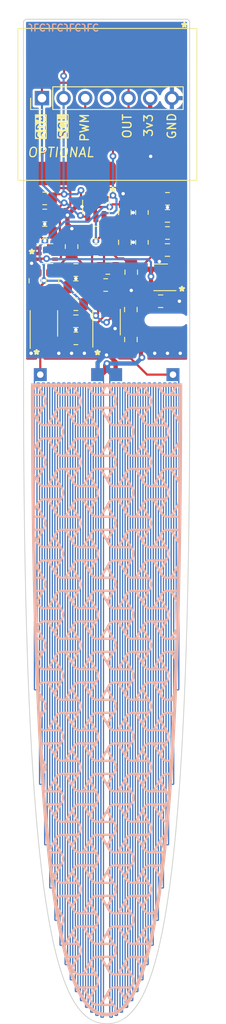
<source format=kicad_pcb>
(kicad_pcb (version 20221018) (generator pcbnew)
  (layers (0 "F.Cu" signal) (31 "B.Cu" signal) (34 "B.Paste" user) (35 "F.Paste" user) (36 "B.SilkS" user "B.Silkscreen") (37 "F.SilkS" user "F.Silkscreen") (38 "B.Mask" user) (39 "F.Mask" user) (44 "Edge.Cuts" user))
  (net 0 "")
  (net 1 "Net-(U1-EN)")
  (net 2 "GND")
  (net 3 "/BRIDGE_SUPPLY")
  (net 4 "Net-(U8B-+)")
  (net 5 "Net-(C4-Pad1)")
  (net 6 "Net-(U2--)")
  (net 7 "/BRIDGE_BIAS")
  (net 8 "Net-(C6-Pad1)")
  (net 9 "Net-(U2-FB)")
  (net 10 "/REFIN")
  (net 11 "/AMP_OUT")
  (net 12 "+3V3")
  (net 13 "Net-(U4-COM)")
  (net 14 "Net-(U2-REF)")
  (net 15 "/SCL")
  (net 16 "/SDA")
  (net 17 "Net-(U2-+)")
  (net 18 "/PWM_BIAS")
  (net 26 "/VIN")
  (net 27 "Net-(U7--)")
  (net 29 "Net-(U8A--)")
  (footprint "Connector_PinHeader_2.54mm:PinHeader_1x07_P2.54mm_Vertical" (layer "F.Cu") (at 133.273 46.603 90)
    (fp_text reference "J1" hide)
    (fp_text value "Breakout Pins")
  )
  (footprint "Package_TO_SOT_SMD:SOT-363_SC-70-6" (layer "F.Cu") (at 133.860464 64.819815)
    (fp_text reference "U4" hide)
    (fp_text value "FSA5157P6X")
  )
  (footprint "Resistor_SMD:R_0805_2012Metric" (layer "F.Cu") (at 148 62.4)
    (fp_text reference "R1" hide)
    (fp_text value "12")
  )
  (footprint "Capacitor_SMD:C_0805_2012Metric" (layer "F.Cu") (at 132.5 68 90)
    (fp_text reference "C5" hide)
    (fp_text value "10u")
  )
  (footprint "Package_TO_SOT_SMD:SOT-23-5" (layer "F.Cu") (at 147.2 67.6 180)
    (fp_text reference "U1" hide)
    (fp_text value "TLV75801PDBV")
  )
  (footprint "Capacitor_SMD:C_0805_2012Metric" (layer "F.Cu") (at 147.2 70.4)
    (fp_text reference "C2" hide)
    (fp_text value "10u")
  )
  (footprint "Capacitor_SMD:C_0805_2012Metric" (layer "F.Cu") (at 143.702277 71.375302 90)
    (fp_text reference "C12" hide)
    (fp_text value "10u")
  )
  (footprint "Capacitor_SMD:C_0805_2012Metric" (layer "F.Cu") (at 143 63.5 90)
    (fp_text reference "C7" hide)
    (fp_text value "47n")
  )
  (footprint "Resistor_SMD:R_0805_2012Metric" (layer "F.Cu") (at 139.603 62.353)
    (fp_text reference "R9" hide)
    (fp_text value "120")
  )
  (footprint "1Library:MOUDLE14P-SMD-2.54-21X17.8MM" (layer "F.Cu") (at 130.448 38.4355 -90)
    (fp_text reference "U6" hide)
    (fp_text value "MOUDLE-SEEEDUINO-XIAO")
  )
  (footprint "Package_TO_SOT_SMD:SOT-23-6" (layer "F.Cu") (at 139.603 59.353 -90)
    (fp_text reference "U5" hide)
    (fp_text value "MCP3425A0T-E/CH")
  )
  (footprint "Capacitor_SMD:C_0805_2012Metric" (layer "F.Cu") (at 134.5 68 -90)
    (fp_text reference "C4" hide)
    (fp_text value "100n")
  )
  (footprint "Resistor_SMD:R_0805_2012Metric" (layer "F.Cu") (at 141 66.5)
    (fp_text reference "R6" hide)
    (fp_text value "24")
  )
  (footprint "Resistor_SMD:R_0805_2012Metric" (layer "F.Cu") (at 133.6 60.353 180)
    (fp_text reference "R11" hide)
    (fp_text value "10k")
  )
  (footprint "Capacitor_SMD:C_0805_2012Metric" (layer "F.Cu") (at 143 60 -90)
    (fp_text reference "C9" hide)
    (fp_text value "10u")
  )
  (footprint "Package_SO:MSOP-8_3x3mm_P0.65mm" (layer "F.Cu") (at 140.853 72.853 90)
    (fp_text reference "U2" hide)
    (fp_text value "MAX4208")
  )
  (footprint "Resistor_SMD:R_0805_2012Metric" (layer "F.Cu") (at 148 58.4)
    (fp_text reference "FB1" hide)
    (fp_text value "FerriteBead_Small")
  )
  (footprint "Resistor_SMD:R_0805_2012Metric" (layer "F.Cu") (at 137.25 66.75 180)
    (fp_text reference "R3" hide)
    (fp_text value "215k")
  )
  (footprint "Resistor_SMD:R_0805_2012Metric" (layer "F.Cu") (at 145 63.5 90)
    (fp_text reference "R8" hide)
    (fp_text value "10k")
  )
  (footprint "1Library:slot" (layer "F.Cu") (at 147.8 72.6 180)
    (fp_text reference "e" hide)
    (fp_text value "slot")
  )
  (footprint "1Library:texture" (layer "F.Cu") (at 140.853 117.103)
    (fp_text reference "Ref**" hide)
    (fp_text value "Val**" hide)
  )
  (footprint "Capacitor_SMD:C_0805_2012Metric" (layer "F.Cu") (at 143.75 67 90)
    (fp_text reference "C8" hide)
    (fp_text value "100n")
  )
  (footprint "Resistor_SMD:R_0805_2012Metric" (layer "F.Cu") (at 140.75 68.5)
    (fp_text reference "R5" hide)
    (fp_text value "22k")
  )
  (footprint "Capacitor_SMD:C_0805_2012Metric" (layer "F.Cu") (at 137.25 68.75)
    (fp_text reference "C3" hide)
    (fp_text value "47n")
  )
  (footprint "Resistor_SMD:R_0805_2012Metric" (layer "F.Cu") (at 137.25 74.75)
    (fp_text reference "R13" hide)
    (fp_text value "1k")
  )
  (footprint "Resistor_SMD:R_0805_2012Metric" (layer "F.Cu") (at 145 60 90)
    (fp_text reference "R7" hide)
    (fp_text value "10k")
  )
  (footprint "1Library:bridge" (layer "F.Cu") (at 140.88295 116.963429)
    (fp_text reference "U7" hide)
    (fp_text value "~" hide)
    (fp_line (start -9.76745 -36.90311) (end -9.76626 -35.00959) (stroke (width 0.1)) (layer "Edge.Cuts"))
    (fp_line (start -9.76626 -35.00959) (end -9.76269 -33.14705) (stroke (width 0.1)) (layer "Edge.Cuts"))
    (fp_line (start -9.76269 -33.14705) (end -9.75676 -31.31525) (stroke (width 0.1)) (layer "Edge.Cuts"))
    (fp_line (start -9.75676 -31.31525) (end -9.74848 -29.5139) (stroke (width 0.1)) (layer "Edge.Cuts"))
    (fp_line (start -9.74848 -29.5139) (end -9.73786 -27.7429) (stroke (width 0.1)) (layer "Edge.Cuts"))
    (fp_line (start -9.73786 -27.7429) (end -9.72491 -26.0019) (stroke (width 0.1)) (layer "Edge.Cuts"))
    (fp_line (start -9.72491 -26.0019) (end -9.70965 -24.2906) (stroke (width 0.1)) (layer "Edge.Cuts"))
    (fp_line (start -9.70965 -24.2906) (end -9.69208 -22.6089) (stroke (width 0.1)) (layer "Edge.Cuts"))
    (fp_line (start -9.69208 -22.6089) (end -9.67222 -20.9565) (stroke (width 0.1)) (layer "Edge.Cuts"))
    (fp_line (start -9.67222 -20.9565) (end -9.65008 -19.3331) (stroke (width 0.1)) (layer "Edge.Cuts"))
    (fp_line (start -9.65008 -19.3331) (end -9.62568 -17.7385) (stroke (width 0.1)) (layer "Edge.Cuts"))
    (fp_line (start -9.62568 -17.7385) (end -9.59902 -16.1725) (stroke (width 0.1)) (layer "Edge.Cuts"))
    (fp_line (start -9.59902 -16.1725) (end -9.57012 -14.6348) (stroke (width 0.1)) (layer "Edge.Cuts"))
    (fp_line (start -9.57012 -14.6348) (end -9.53899 -13.1252) (stroke (width 0.1)) (layer "Edge.Cuts"))
    (fp_line (start -9.53899 -13.1252) (end -9.50564 -11.6435) (stroke (width 0.1)) (layer "Edge.Cuts"))
    (fp_line (start -9.50564 -11.6435) (end -9.47008 -10.1893) (stroke (width 0.1)) (layer "Edge.Cuts"))
    (fp_line (start -9.47008 -10.1893) (end -9.43233 -8.7626) (stroke (width 0.1)) (layer "Edge.Cuts"))
    (fp_line (start -9.43233 -8.7626) (end -9.39239 -7.3629) (stroke (width 0.1)) (layer "Edge.Cuts"))
    (fp_line (start -9.39239 -7.3629) (end -9.35029 -5.9901) (stroke (width 0.1)) (layer "Edge.Cuts"))
    (fp_line (start -9.35029 -5.9901) (end -9.30603 -4.644) (stroke (width 0.1)) (layer "Edge.Cuts"))
    (fp_line (start -9.30603 -4.644) (end -9.25962 -3.3243) (stroke (width 0.1)) (layer "Edge.Cuts"))
    (fp_line (start -9.25962 -3.3243) (end -9.21107 -2.0307) (stroke (width 0.1)) (layer "Edge.Cuts"))
    (fp_line (start -9.21107 -2.0307) (end -9.16041 -0.763) (stroke (width 0.1)) (layer "Edge.Cuts"))
    (fp_line (start -9.16041 -0.763) (end -9.10763 0.479) (stroke (width 0.1)) (layer "Edge.Cuts"))
    (fp_line (start -9.10763 0.479) (end -9.05275 1.6955) (stroke (width 0.1)) (layer "Edge.Cuts"))
    (fp_line (start -9.05275 1.6955) (end -8.99579 2.8869) (stroke (width 0.1)) (layer "Edge.Cuts"))
    (fp_line (start -8.99579 2.8869) (end -8.93676 4.0533) (stroke (width 0.1)) (layer "Edge.Cuts"))
    (fp_line (start -8.93676 4.0533) (end -8.87566 5.195) (stroke (width 0.1)) (layer "Edge.Cuts"))
    (fp_line (start -8.87566 5.195) (end -8.81252 6.3123) (stroke (width 0.1)) (layer "Edge.Cuts"))
    (fp_line (start -8.81252 6.3123) (end -8.74733 7.4053) (stroke (width 0.1)) (layer "Edge.Cuts"))
    (fp_line (start -8.74733 7.4053) (end -8.68012 8.4743) (stroke (width 0.1)) (layer "Edge.Cuts"))
    (fp_line (start -8.68012 8.4743) (end -8.6109 9.5196) (stroke (width 0.1)) (layer "Edge.Cuts"))
    (fp_line (start -8.6109 9.5196) (end -8.53967 10.5413) (stroke (width 0.1)) (layer "Edge.Cuts"))
    (fp_line (start -8.53967 10.5413) (end -8.46646 11.5398) (stroke (width 0.1)) (layer "Edge.Cuts"))
    (fp_line (start -8.46646 11.5398) (end -8.39126 12.5153) (stroke (width 0.1)) (layer "Edge.Cuts"))
    (fp_line (start -8.39126 12.5153) (end -8.31411 13.468) (stroke (width 0.1)) (layer "Edge.Cuts"))
    (fp_line (start -8.31411 13.468) (end -8.235 14.3982) (stroke (width 0.1)) (layer "Edge.Cuts"))
    (fp_line (start -8.235 14.3982) (end -8.15394 15.3061) (stroke (width 0.1)) (layer "Edge.Cuts"))
    (fp_line (start -8.15394 15.3061) (end -8.07096 16.1919) (stroke (width 0.1)) (layer "Edge.Cuts"))
    (fp_line (start -8.07096 16.1919) (end -7.98606 17.0559) (stroke (width 0.1)) (layer "Edge.Cuts"))
    (fp_line (start -7.98606 17.0559) (end -7.89926 17.8983) (stroke (width 0.1)) (layer "Edge.Cuts"))
    (fp_line (start -7.89926 17.8983) (end -7.81056 18.7194) (stroke (width 0.1)) (layer "Edge.Cuts"))
    (fp_line (start -7.81056 18.7194) (end -7.71998 19.5194) (stroke (width 0.1)) (layer "Edge.Cuts"))
    (fp_line (start -7.71998 19.5194) (end -7.62753 20.2985) (stroke (width 0.1)) (layer "Edge.Cuts"))
    (fp_line (start -7.62753 20.2985) (end -7.53323 21.0571) (stroke (width 0.1)) (layer "Edge.Cuts"))
    (fp_line (start -7.53323 21.0571) (end -7.43708 21.7952) (stroke (width 0.1)) (layer "Edge.Cuts"))
    (fp_line (start -7.43708 21.7952) (end -7.33909 22.5133) (stroke (width 0.1)) (layer "Edge.Cuts"))
    (fp_line (start -7.33909 22.5133) (end -7.23929 23.2114) (stroke (width 0.1)) (layer "Edge.Cuts"))
    (fp_line (start -7.23929 23.2114) (end -7.13768 23.8899) (stroke (width 0.1)) (layer "Edge.Cuts"))
    (fp_line (start -7.13768 23.8899) (end -7.03427 24.549) (stroke (width 0.1)) (layer "Edge.Cuts"))
    (fp_line (start -7.03427 24.549) (end -6.92908 25.189) (stroke (width 0.1)) (layer "Edge.Cuts"))
    (fp_line (start -6.92908 25.189) (end -6.82211 25.81) (stroke (width 0.1)) (layer "Edge.Cuts"))
    (fp_line (start -6.82211 25.81) (end -6.71339 26.4123) (stroke (width 0.1)) (layer "Edge.Cuts"))
    (fp_line (start -6.71339 26.4123) (end -6.60291 26.9962) (stroke (width 0.1)) (layer "Edge.Cuts"))
    (fp_line (start -6.60291 26.9962) (end -6.4907 27.5619) (stroke (width 0.1)) (layer "Edge.Cuts"))
    (fp_line (start -6.4907 27.5619) (end -6.37677 28.1097) (stroke (width 0.1)) (layer "Edge.Cuts"))
    (fp_line (start -6.37677 28.1097) (end -6.26112 28.6397) (stroke (width 0.1)) (layer "Edge.Cuts"))
    (fp_line (start -6.26112 28.6397) (end -6.14377 29.1522) (stroke (width 0.1)) (layer "Edge.Cuts"))
    (fp_line (start -6.14377 29.1522) (end -6.02473 29.6475) (stroke (width 0.1)) (layer "Edge.Cuts"))
    (fp_line (start -6.02473 29.6475) (end -5.90402 30.1259) (stroke (width 0.1)) (layer "Edge.Cuts"))
    (fp_line (start -5.90402 30.1259) (end -5.78165 30.5874) (stroke (width 0.1)) (layer "Edge.Cuts"))
    (fp_line (start -5.78165 30.5874) (end -5.65762 31.0325) (stroke (width 0.1)) (layer "Edge.Cuts"))
    (fp_line (start -5.65762 31.0325) (end -5.53195 31.4613) (stroke (width 0.1)) (layer "Edge.Cuts"))
    (fp_line (start -5.53195 31.4613) (end -5.40465 31.874) (stroke (width 0.1)) (layer "Edge.Cuts"))
    (fp_line (start -5.40465 31.874) (end -5.27574 32.271) (stroke (width 0.1)) (layer "Edge.Cuts"))
    (fp_line (start -5.27574 32.271) (end -5.14523 32.6524) (stroke (width 0.1)) (layer "Edge.Cuts"))
    (fp_line (start -5.14523 32.6524) (end -5.01312 33.0186) (stroke (width 0.1)) (layer "Edge.Cuts"))
    (fp_line (start -5.01312 33.0186) (end -4.87943 33.3696) (stroke (width 0.1)) (layer "Edge.Cuts"))
    (fp_line (start -4.87943 33.3696) (end -4.74418 33.7059) (stroke (width 0.1)) (layer "Edge.Cuts"))
    (fp_line (start -4.74418 33.7059) (end -4.60737 34.0275) (stroke (width 0.1)) (layer "Edge.Cuts"))
    (fp_line (start -4.60737 34.0275) (end -4.46902 34.3349) (stroke (width 0.1)) (layer "Edge.Cuts"))
    (fp_line (start -4.46902 34.3349) (end -4.32913 34.6281) (stroke (width 0.1)) (layer "Edge.Cuts"))
    (fp_line (start -4.32913 34.6281) (end -4.18773 34.9074) (stroke (width 0.1)) (layer "Edge.Cuts"))
    (fp_line (start -4.18773 34.9074) (end -4.04482 35.1732) (stroke (width 0.1)) (layer "Edge.Cuts"))
    (fp_line (start -4.04482 35.1732) (end -3.90041 35.4255) (stroke (width 0.1)) (layer "Edge.Cuts"))
    (fp_line (start -3.90041 35.4255) (end -3.75452 35.6648) (stroke (width 0.1)) (layer "Edge.Cuts"))
    (fp_line (start -3.75452 35.6648) (end -3.60716 35.8911) (stroke (width 0.1)) (layer "Edge.Cuts"))
    (fp_line (start -3.60716 35.8911) (end -3.45834 36.1048) (stroke (width 0.1)) (layer "Edge.Cuts"))
    (fp_line (start -3.45834 36.1048) (end -3.30808 36.3061) (stroke (width 0.1)) (layer "Edge.Cuts"))
    (fp_line (start -3.30808 36.3061) (end -3.15637 36.4952) (stroke (width 0.1)) (layer "Edge.Cuts"))
    (fp_line (start -3.15637 36.4952) (end -3.00325 36.6724) (stroke (width 0.1)) (layer "Edge.Cuts"))
    (fp_line (start -3.00325 36.6724) (end -2.84871 36.8379) (stroke (width 0.1)) (layer "Edge.Cuts"))
    (fp_line (start -2.84871 36.8379) (end -2.69278 36.9919) (stroke (width 0.1)) (layer "Edge.Cuts"))
    (fp_line (start -2.69278 36.9919) (end -2.53546 37.1348) (stroke (width 0.1)) (layer "Edge.Cuts"))
    (fp_line (start -2.53546 37.1348) (end -2.3768 37.2667) (stroke (width 0.1)) (layer "Edge.Cuts"))
    (fp_line (start -2.3768 37.2667) (end -2.2167 37.3878) (stroke (width 0.1)) (layer "Edge.Cuts"))
    (fp_line (start -2.2167 37.3878) (end -2.0553 37.4985) (stroke (width 0.1)) (layer "Edge.Cuts"))
    (fp_line (start -2.0553 37.4985) (end -1.8926 37.5989) (stroke (width 0.1)) (layer "Edge.Cuts"))
    (fp_line (start -1.8926 37.5989) (end -1.7285 37.6894) (stroke (width 0.1)) (layer "Edge.Cuts"))
    (fp_line (start -1.7285 37.6894) (end -1.5631 37.7701) (stroke (width 0.1)) (layer "Edge.Cuts"))
    (fp_line (start -1.5631 37.7701) (end -1.3964 37.8412) (stroke (width 0.1)) (layer "Edge.Cuts"))
    (fp_line (start -1.3964 37.8412) (end -1.2284 37.9031) (stroke (width 0.1)) (layer "Edge.Cuts"))
    (fp_line (start -1.2284 37.9031) (end -1.0592 37.956) (stroke (width 0.1)) (layer "Edge.Cuts"))
    (fp_line (start -1.0592 37.956) (end -0.8886 38) (stroke (width 0.1)) (layer "Edge.Cuts"))
    (fp_line (start -0.8886 38) (end -0.7169 38.0355) (stroke (width 0.1)) (layer "Edge.Cuts"))
    (fp_line (start -0.7169 38.0355) (end -0.5438 38.0627) (stroke (width 0.1)) (layer "Edge.Cuts"))
    (fp_line (start -0.5438 38.0627) (end -0.3696 38.0819) (stroke (width 0.1)) (layer "Edge.Cuts"))
    (fp_line (start -0.3696 38.0819) (end -0.1941 38.0932) (stroke (width 0.1)) (layer "Edge.Cuts"))
    (fp_line (start -0.1941 38.0932) (end -0.0174 38.0969) (stroke (width 0.1)) (layer "Edge.Cuts"))
    (fp_line (start 0.1592 38.0932) (end -0.0175 38.0969) (stroke (width 0.1)) (layer "Edge.Cuts"))
    (fp_line (start 0.3347 38.0819) (end 0.1592 38.0932) (stroke (width 0.1)) (layer "Edge.Cuts"))
    (fp_line (start 0.5089 38.0627) (end 0.3347 38.0819) (stroke (width 0.1)) (layer "Edge.Cuts"))
    (fp_line (start 0.682 38.0355) (end 0.5089 38.0627) (stroke (width 0.1)) (layer "Edge.Cuts"))
    (fp_line (start 0.8537 38) (end 0.682 38.0355) (stroke (width 0.1)) (layer "Edge.Cuts"))
    (fp_line (start 1.0243 37.956) (end 0.8537 38) (stroke (width 0.1)) (layer "Edge.Cuts"))
    (fp_line (start 1.1935 37.9031) (end 1.0243 37.956) (stroke (width 0.1)) (layer "Edge.Cuts"))
    (fp_line (start 1.3615 37.8412) (end 1.1935 37.9031) (stroke (width 0.1)) (layer "Edge.Cuts"))
    (fp_line (start 1.5282 37.7701) (end 1.3615 37.8412) (stroke (width 0.1)) (layer "Edge.Cuts"))
    (fp_line (start 1.6936 37.6894) (end 1.5282 37.7701) (stroke (width 0.1)) (layer "Edge.Cuts"))
    (fp_line (start 1.8576 37.5989) (end 1.6936 37.6894) (stroke (width 0.1)) (layer "Edge.Cuts"))
    (fp_line (start 2.0204 37.4985) (end 1.8576 37.5989) (stroke (width 0.1)) (layer "Edge.Cuts"))
    (fp_line (start 2.1818 37.3878) (end 2.0204 37.4985) (stroke (width 0.1)) (layer "Edge.Cuts"))
    (fp_line (start 2.3419 37.2667) (end 2.1818 37.3878) (stroke (width 0.1)) (layer "Edge.Cuts"))
    (fp_line (start 2.5005 37.1348) (end 2.3419 37.2667) (stroke (width 0.1)) (layer "Edge.Cuts"))
    (fp_line (start 2.6579 36.9919) (end 2.5005 37.1348) (stroke (width 0.1)) (layer "Edge.Cuts"))
    (fp_line (start 2.8138 36.8379) (end 2.6579 36.9919) (stroke (width 0.1)) (layer "Edge.Cuts"))
    (fp_line (start 2.9683 36.6724) (end 2.8138 36.8379) (stroke (width 0.1)) (layer "Edge.Cuts"))
    (fp_line (start 3.1215 36.4952) (end 2.9683 36.6724) (stroke (width 0.1)) (layer "Edge.Cuts"))
    (fp_line (start 3.2732 36.3061) (end 3.1215 36.4952) (stroke (width 0.1)) (layer "Edge.Cuts"))
    (fp_line (start 3.4234 36.1048) (end 3.2732 36.3061) (stroke (width 0.1)) (layer "Edge.Cuts"))
    (fp_line (start 3.5723 35.8911) (end 3.4234 36.1048) (stroke (width 0.1)) (layer "Edge.Cuts"))
    (fp_line (start 3.7196 35.6648) (end 3.5723 35.8911) (stroke (width 0.1)) (layer "Edge.Cuts"))
    (fp_line (start 3.8655 35.4255) (end 3.7196 35.6648) (stroke (width 0.1)) (layer "Edge.Cuts"))
    (fp_line (start 4.0099 35.1732) (end 3.8655 35.4255) (stroke (width 0.1)) (layer "Edge.Cuts"))
    (fp_line (start 4.1528 34.9074) (end 4.0099 35.1732) (stroke (width 0.1)) (layer "Edge.Cuts"))
    (fp_line (start 4.2942 34.6281) (end 4.1528 34.9074) (stroke (width 0.1)) (layer "Edge.Cuts"))
    (fp_line (start 4.4341 34.3349) (end 4.2942 34.6281) (stroke (width 0.1)) (layer "Edge.Cuts"))
    (fp_line (start 4.5725 34.0275) (end 4.4341 34.3349) (stroke (width 0.1)) (layer "Edge.Cuts"))
    (fp_line (start 4.7093 33.7059) (end 4.5725 34.0275) (stroke (width 0.1)) (layer "Edge.Cuts"))
    (fp_line (start 4.8445 33.3696) (end 4.7093 33.7059) (stroke (width 0.1)) (layer "Edge.Cuts"))
    (fp_line (start 4.9782 33.0186) (end 4.8445 33.3696) (stroke (width 0.1)) (layer "Edge.Cuts"))
    (fp_line (start 5.1103 32.6524) (end 4.9782 33.0186) (stroke (width 0.1)) (layer "Edge.Cuts"))
    (fp_line (start 5.2408 32.271) (end 5.1103 32.6524) (stroke (width 0.1)) (layer "Edge.Cuts"))
    (fp_line (start 5.3697 31.874) (end 5.2408 32.271) (stroke (width 0.1)) (layer "Edge.Cuts"))
    (fp_line (start 5.497 31.4613) (end 5.3697 31.874) (stroke (width 0.1)) (layer "Edge.Cuts"))
    (fp_line (start 5.6227 31.0325) (end 5.497 31.4613) (stroke (width 0.1)) (layer "Edge.Cuts"))
    (fp_line (start 5.7467 30.5874) (end 5.6227 31.0325) (stroke (width 0.1)) (layer "Edge.Cuts"))
    (fp_line (start 5.8691 30.1259) (end 5.7467 30.5874) (stroke (width 0.1)) (layer "Edge.Cuts"))
    (fp_line (start 5.9898 29.6475) (end 5.8691 30.1259) (stroke (width 0.1)) (layer "Edge.Cuts"))
    (fp_line (start 6.1089 29.1522) (end 5.9898 29.6475) (stroke (width 0.1)) (layer "Edge.Cuts"))
    (fp_line (start 6.2262 28.6397) (end 6.1089 29.1522) (stroke (width 0.1)) (layer "Edge.Cuts"))
    (fp_line (start 6.3419 28.1097) (end 6.2262 28.6397) (stroke (width 0.1)) (layer "Edge.Cuts"))
    (fp_line (start 6.4558 27.5619) (end 6.3419 28.1097) (stroke (width 0.1)) (layer "Edge.Cuts"))
    (fp_line (start 6.568 26.9962) (end 6.4558 27.5619) (stroke (width 0.1)) (layer "Edge.Cuts"))
    (fp_line (start 6.6785 26.4123) (end 6.568 26.9962) (stroke (width 0.1)) (layer "Edge.Cuts"))
    (fp_line (start 6.7872 25.81) (end 6.6785 26.4123) (stroke (width 0.1)) (layer "Edge.Cuts"))
    (fp_line (start 6.8942 25.189) (end 6.7872 25.81) (stroke (width 0.1)) (layer "Edge.Cuts"))
    (fp_line (start 6.9994 24.549) (end 6.8942 25.189) (stroke (width 0.1)) (layer "Edge.Cuts"))
    (fp_line (start 7.1028 23.8899) (end 6.9994 24.549) (stroke (width 0.1)) (layer "Edge.Cuts"))
    (fp_line (start 7.2044 23.2114) (end 7.1028 23.8899) (stroke (width 0.1)) (layer "Edge.Cuts"))
    (fp_line (start 7.3042 22.5133) (end 7.2044 23.2114) (stroke (width 0.1)) (layer "Edge.Cuts"))
    (fp_line (start 7.4022 21.7952) (end 7.3042 22.5133) (stroke (width 0.1)) (layer "Edge.Cuts"))
    (fp_line (start 7.4983 21.0571) (end 7.4022 21.7952) (stroke (width 0.1)) (layer "Edge.Cuts"))
    (fp_line (start 7.5926 20.2985) (end 7.4983 21.0571) (stroke (width 0.1)) (layer "Edge.Cuts"))
    (fp_line (start 7.6851 19.5194) (end 7.5926 20.2985) (stroke (width 0.1)) (layer "Edge.Cuts"))
    (fp_line (start 7.7756 18.7194) (end 7.6851 19.5194) (stroke (width 0.1)) (layer "Edge.Cuts"))
    (fp_line (start 7.8643 17.8983) (end 7.7756 18.7194) (stroke (width 0.1)) (layer "Edge.Cuts"))
    (fp_line (start 7.9511 17.0559) (end 7.8643 17.8983) (stroke (width 0.1)) (layer "Edge.Cuts"))
    (fp_line (start 8.036 16.1919) (end 7.9511 17.0559) (stroke (width 0.1)) (layer "Edge.Cuts"))
    (fp_line (start 8.119 15.3061) (end 8.036 16.1919) (stroke (width 0.1)) (layer "Edge.Cuts"))
    (fp_line (start 8.2001 14.3982) (end 8.119 15.3061) (stroke (width 0.1)) (layer "Edge.Cuts"))
    (fp_line (start 8.2792 13.468) (end 8.2001 14.3982) (stroke (width 0.1)) (layer "Edge.Cuts"))
    (fp_line (start 8.3563 12.5153) (end 8.2792 13.468) (stroke (width 0.1)) (layer "Edge.Cuts"))
    (fp_line (start 8.4315 11.5398) (end 8.3563 12.5153) (stroke (width 0.1)) (layer "Edge.Cuts"))
    (fp_line (start 8.5048 10.5413) (end 8.4315 11.5398) (stroke (width 0.1)) (layer "Edge.Cuts"))
    (fp_line (start 8.576 9.5196) (end 8.5048 10.5413) (stroke (width 0.1)) (layer "Edge.Cuts"))
    (fp_line (start 8.6452 8.4743) (end 8.576 9.5196) (stroke (width 0.1)) (layer "Edge.Cuts"))
    (fp_line (start 8.7124 7.4053) (end 8.6452 8.4743) (stroke (width 0.1)) (layer "Edge.Cuts"))
    (fp_line (start 8.7776 6.3123) (end 8.7124 7.4053) (stroke (width 0.1)) (layer "Edge.Cuts"))
    (fp_line (start 8.8407 5.195) (end 8.7776 6.3123) (stroke (width 0.1)) (layer "Edge.Cuts"))
    (fp_line (start 8.9018 4.0533) (end 8.8407 5.195) (stroke (width 0.1)) (layer "Edge.Cuts"))
    (fp_line (start 8.9609 2.8869) (end 8.9018 4.0533) (stroke (width 0.1)) (layer "Edge.Cuts"))
    (fp_line (start 9.0178 1.6955) (end 8.9609 2.8869) (stroke (width 0.1)) (layer "Edge.Cuts"))
    (fp_line (start 9.0727 0.479) (end 9.0178 1.6955) (stroke (width 0.1)) (layer "Edge.Cuts"))
    (fp_line (start 9.1255 -0.763) (end 9.0727 0.479) (stroke (width 0.1)) (layer "Edge.Cuts"))
    (fp_line (start 9.1762 -2.0307) (end 9.1255 -0.763) (stroke (width 0.1)) (layer "Edge.Cuts"))
    (fp_line (start 9.2247 -3.3243) (end 9.1762 -2.0307) (stroke (width 0.1)) (layer "Edge.Cuts"))
    (fp_line (start 9.2711 -4.644) (end 9.2247 -3.3243) (stroke (width 0.1)) (layer "Edge.Cuts"))
    (fp_line (start 9.3154 -5.9901) (end 9.2711 -4.644) (stroke (width 0.1)) (layer "Edge.Cuts"))
    (fp_line (start 9.3575 -7.3629) (end 9.3154 -5.9901) (stroke (width 0.1)) (layer "Edge.Cuts"))
    (fp_line (start 9.3974 -8.7626) (end 9.3575 -7.3629) (stroke (width 0.1)) (layer "Edge.Cuts"))
    (fp_line (start 9.4352 -10.1893) (end 9.3974 -8.7626) (stroke (width 0.1)) (layer "Edge.Cuts"))
    (fp_line (start 9.4707 -11.6435) (end 9.4352 -10.1893) (stroke (width 0.1)) (layer "Edge.Cuts"))
    (fp_line (start 9.5041 -13.1252) (end 9.4707 -11.6435) (stroke (width 0.1)) (layer "Edge.Cuts"))
    (fp_line (start 9.5352 -14.6348) (end 9.5041 -13.1252) (stroke (width 0.1)) (layer "Edge.Cuts"))
    (fp_line (start 9.5641 -16.1725) (end 9.5352 -14.6348) (stroke (width 0.1)) (layer "Edge.Cuts"))
    (fp_line (start 9.5908 -17.7385) (end 9.5641 -16.1725) (stroke (width 0.1)) (layer "Edge.Cuts"))
    (fp_line (start 9.6152 -19.3331) (end 9.5908 -17.7385) (stroke (width 0.1)) (layer "Edge.Cuts"))
    (fp_line (start 9.6373 -20.9565) (end 9.6152 -19.3331) (stroke (width 0.1)) (layer "Edge.Cuts"))
    (fp_line (start 9.6572 -22.6089) (end 9.6373 -20.9565) (stroke (width 0.1)) (layer "Edge.Cuts"))
    (fp_line (start 9.6747 -24.2906) (end 9.6572 -22.6089) (stroke (width 0.1)) (layer "Edge.Cuts"))
    (fp_line (start 9.69 -26.0019) (end 9.6747 -24.2906) (stroke (width 0.1)) (layer "Edge.Cuts"))
    (fp_line (start 9.7029 -27.7429) (end 9.69 -26.0019) (stroke (width 0.1)) (layer "Edge.Cuts"))
    (fp_line (start 9.7136 -29.5139) (end 9.7029 -27.7429) (stroke (width 0.1)) (layer "Edge.Cuts"))
    (fp_line (start 9.7219 -31.31525) (end 9.7136 -29.5139) (stroke (width 0.1)) (layer "Edge.Cuts"))
    (fp_line (start 9.7278 -33.14705) (end 9.7219 -31.31525) (stroke (width 0.1)) (layer "Edge.Cuts"))
    (fp_line (start 9.7314 -35.00959) (end 9.7278 -33.14705) (stroke (width 0.1)) (layer "Edge.Cuts"))
    (fp_line (start 9.7326 -36.90311) (end 9.7314 -35.00959) (stroke (width 0.1)) (layer "Edge.Cuts"))
  )
  (footprint "Resistor_SMD:R_0805_2012Metric" (layer "F.Cu") (at 133.6 58.353 180)
    (fp_text reference "R10" hide)
    (fp_text value "10k")
  )
  (footprint "Package_SO:MSOP-8_3x3mm_P0.65mm" (layer "F.Cu") (at 133.5 73 90)
    (fp_text reference "U8" hide)
    (fp_text value "MCP6V67EMS")
  )
  (footprint "Capacitor_SMD:C_0805_2012Metric" (layer "F.Cu") (at 143.70891 74.886553 -90)
    (fp_text reference "C13" hide)
    (fp_text value "47n")
  )
  (footprint "Capacitor_SMD:C_0805_2012Metric" (layer "F.Cu") (at 133.6 62.353)
    (fp_text reference "C11" hide)
    (fp_text value "10u")
  )
  (footprint "Resistor_SMD:R_0805_2012Metric" (layer "F.Cu") (at 137.25 70.75)
    (fp_text reference "R14" hide)
    (fp_text value "12k")
  )
  (footprint "Capacitor_SMD:C_0805_2012Metric" (layer "F.Cu") (at 148 64.4 180)
    (fp_text reference "C1" hide)
    (fp_text value "10u")
  )
  (footprint "Capacitor_SMD:C_0805_2012Metric" (layer "F.Cu") (at 139.603 64.353)
    (fp_text reference "C6" hide)
    (fp_text value "100n")
  )
  (footprint "Capacitor_SMD:C_0805_2012Metric" (layer "F.Cu") (at 148 60.4 180)
    (fp_text reference "C10" hide)
    (fp_text value "10u")
  )
  (footprint "Capacitor_SMD:C_0805_2012Metric" (layer "F.Cu") (at 137.25 72.75)
    (fp_text reference "C14" hide)
    (fp_text value "47n")
  )
  (footprint "Resistor_SMD:R_0805_2012Metric" (layer "F.Cu") (at 136.75 64 -90)
    (fp_text reference "R2" hide)
    (fp_text value "105k")
  )
  (gr_line (start 131.1155 80.060319) (end 131.103 37.603) (stroke (width 0.1)) (layer "Edge.Cuts"))
  (gr_line (start 131.353 37.353) (end 131.103 37.603) (stroke (width 0.1)) (layer "Edge.Cuts"))
  (gr_line (start 150.61555 80.060319) (end 150.603 37.603) (stroke (width 0.1)) (layer "Edge.Cuts"))
  (gr_line (start 150.603 37.603) (end 150.353 37.353) (stroke (width 0.1)) (layer "Edge.Cuts"))
  (gr_line (start 131.353 37.353) (end 150.353 37.353) (stroke (width 0.1)) (layer "Edge.Cuts"))
  (gr_text "JLCJLCJLCJLC" (at 131.53414 37.819934 180) (layer "B.SilkS") (effects (font (size 0.81 0.81) (thickness 0.153) bold) (justify left bottom mirror)))
  (gr_text "SCL" (at 136.340366 51.443854 90) (layer "F.SilkS" knockout) (effects (font (size 1 1) (thickness 0.16) bold) (justify left bottom)))
  (gr_text "*\n" (at 149.432426 38.915032) (layer "F.SilkS") (effects (font (size 1 1) (thickness 0.25)) (justify left bottom)))
  (gr_text "*\n" (at 149.149347 69.850771) (layer "F.SilkS") (effects (font (size 1 1) (thickness 0.25)) (justify left bottom)))
  (gr_text "PWM" (at 138.853 51.807274 90) (layer "F.SilkS") (effects (font (size 1 1) (thickness 0.16) bold) (justify left bottom)))
  (gr_text "*\n" (at 132.099188 77.265674) (layer "F.SilkS") (effects (font (size 1 1) (thickness 0.25)) (justify left bottom)))
  (gr_text "3v3" (at 146.353 48.353 90) (layer "F.SilkS") (effects (font (size 1 1) (thickness 0.16) bold) (justify right bottom)))
  (gr_text "*\n" (at 131.540028 65.490907) (layer "F.SilkS") (effects (font (size 1 1) (thickness 0.25)) (justify left bottom)))
  (gr_text "OPTIONAL" (at 131.5 53.603) (layer "F.SilkS") (effects (font (size 1.1 1.1) (thickness 0.153) italic) (justify left bottom)))
  (gr_text "*\n" (at 141.042711 58.214962) (layer "F.SilkS") (effects (font (size 1 1) (thickness 0.25)) (justify left bottom)))
  (gr_text "SDA" (at 133.768461 51.505828 90) (layer "F.SilkS" knockout) (effects (font (size 1 1) (thickness 0.16) bold) (justify left bottom)))
  (gr_text "GND" (at 149.088975 48.243791 90) (layer "F.SilkS") (effects (font (size 1 1) (thickness 0.16) bold) (justify right bottom)))
  (gr_text "OUT" (at 143.853 48.353 90) (layer "F.SilkS") (effects (font (size 1 1) (thickness 0.16) bold) (justify right bottom)))
  (gr_text "*\n" (at 139.25 77.307202) (layer "F.SilkS") (effects (font (size 1 1) (thickness 0.25)) (justify left bottom)))
  (segment (start 149.45 68.55) (end 149.6 68.4) (width 0.508) (layer "F.Cu") (net 1))
  (segment (start 148.3375 68.55) (end 149.45 68.55) (width 0.508) (layer "F.Cu") (net 1))
  (segment (start 149.6 68.4) (end 149.6 66.8) (width 0.508) (layer "F.Cu") (net 1))
  (segment (start 148.95 66.65) (end 148.3375 66.65) (width 0.508) (layer "F.Cu") (net 1))
  (segment (start 148.9125 64.3625) (end 148.95 64.4) (width 0.508) (layer "F.Cu") (net 1))
  (segment (start 148.9125 62.4) (end 148.9125 64.3625) (width 0.508) (layer "F.Cu") (net 1))
  (segment (start 149.45 66.65) (end 148.3375 66.65) (width 0.508) (layer "F.Cu") (net 1))
  (segment (start 149.6 66.8) (end 149.45 66.65) (width 0.508) (layer "F.Cu") (net 1))
  (segment (start 148.95 64.4) (end 148.95 66.65) (width 0.508) (layer "F.Cu") (net 1))
  (segment (start 132.058384 65) (end 132.238569 64.819815) (width 0.254) (layer "F.Cu") (net 2))
  (segment (start 147.4 67.6) (end 148.3375 67.6) (width 0.508) (layer "F.Cu") (net 2))
  (segment (start 136.3 72.75) (end 136.3 72.797987) (width 0.254) (layer "F.Cu") (net 2))
  (segment (start 141.828 74.9655) (end 141.828 73.628) (width 0.254) (layer "F.Cu") (net 2))
  (segment (start 139.603 58.606736) (end 139.603 58.2155) (width 0.254) (layer "F.Cu") (net 2))
  (segment (start 132.058384 65.955452) (end 132.058384 65) (width 0.254) (layer "F.Cu") (net 2))
  (segment (start 146.028 53.428) (end 146.028 55.4355) (width 0.508) (layer "F.Cu") (net 2))
  (segment (start 142.8 57.8) (end 142.1375 57.1375) (width 0.254) (layer "F.Cu") (net 2))
  (segment (start 137.965201 59.32166) (end 138.237794 59.205) (width 0.254) (layer "F.Cu") (net 2))
  (segment (start 132.910464 64.169815) (end 133.03721 64.296561) (width 0.254) (layer "F.Cu") (net 2))
  (segment (start 132.910464 64.819815) (end 132.910464 64.169815) (width 0.254) (layer "F.Cu") (net 2))
  (segment (start 147.221 67.779) (end 147.4 67.6) (width 0.508) (layer "F.Cu") (net 2))
  (segment (start 141.828 73.628) (end 141.853 73.603) (width 0.254) (layer "F.Cu") (net 2))
  (segment (start 142.186553 73.936553) (end 141.853 73.603) (width 0.254) (layer "F.Cu") (net 2))
  (segment (start 143.75 70.377579) (end 143.702277 70.425302) (width 0.254) (layer "F.Cu") (net 2))
  (segment (start 140.845381 76.699716) (end 141.104473 76.699716) (width 0.508) (layer "F.Cu") (net 2))
  (segment (start 138.2 68.75) (end 138.2 68.702013) (width 0.254) (layer "F.Cu") (net 2))
  (segment (start 143.75 67.95) (end 143.75 70.377579) (width 0.254) (layer "F.Cu") (net 2))
  (segment (start 143 60.95) (end 143.043103 60.95) (width 0.254) (layer "F.Cu") (net 2))
  (segment (start 139.004736 59.205) (end 139.603 58.606736) (width 0.254) (layer "F.Cu") (net 2))
  (segment (start 147.221 69.471) (end 147.221 67.779) (width 0.508) (layer "F.Cu") (net 2))
  (segment (start 134.55 62.353) (end 134.55 62.305621) (width 0.508) (layer "F.Cu") (net 2))
  (segment (start 132.058384 66.608384) (end 132.5 67.05) (width 0.254) (layer "F.Cu") (net 2))
  (segment (start 136.780126 61.89265) (end 136.256873 61.369397) (width 0.508) (layer "F.Cu") (net 2))
  (segment (start 147.05 65.75) (end 147.05 64.4) (width 0.508) (layer "F.Cu") (net 2))
  (segment (start 136.3 72.797987) (end 137.249696 73.747683) (width 0.254) (layer "F.Cu") (net 2))
  (segment (start 132.238569 64.819815) (end 132.910464 64.819815) (width 0.254) (layer "F.Cu") (net 2))
  (segment (start 132.058384 65.955452) (end 132.058384 66.608384) (width 0.254) (layer "F.Cu") (net 2))
  (segment (start 142.1375 57.1375) (end 139.853 57.1375) (width 0.254) (layer "F.Cu") (net 2))
  (segment (start 145 64.4125) (end 144.01875 64.4125) (width 0.254) (layer "F.Cu") (net 2))
  (segment (start 141.104473 76.699716) (end 141.917364 77.512607) (width 0.508) (layer "F.Cu") (net 2))
  (segment (start 139.603 57.3875) (end 139.603 58.2155) (width 0.254) (layer "F.Cu") (net 2))
  (segment (start 136.256873 60.312673) (end 136.277166 60.312673) (width 0.508) (layer "F.Cu") (net 2))
  (segment (start 148.15 70.4) (end 149.4 70.4) (width 0.508) (layer "F.Cu") (net 2))
  (segment (start 147.153 60.249382) (end 147.153 60.353) (width 0.508) (layer "F.Cu") (net 2))
  (segment (start 148.15 70.4) (end 147.221 69.471) (width 0.508) (layer "F.Cu") (net 2))
  (segment (start 147.999859 59.402523) (end 147.153 60.249382) (width 0.508) (layer "F.Cu") (net 2))
  (segment (start 133.03721 64.296561) (end 133.03721 64.84876) (width 0.254) (layer "F.Cu") (net 2))
  (segment (start 143.984732 63.489755) (end 144.01875 63.523773) (width 0.254) (layer "F.Cu") (net 2))
  (segment (start 138.2 68.702013) (end 137.250304 67.752317) (width 0.254) (layer "F.Cu") (net 2))
  (segment (start 144.01875 63.523773) (end 144.01875 64.4125) (width 0.254) (layer "F.Cu") (net 2))
  (segment (start 138.237794 59.205) (end 139.004736 59.205) (width 0.254) (layer "F.Cu") (net 2))
  (segment (start 134.55 62.305621) (end 133.599696 61.355317) (width 0.254) (layer "F.Cu") (net 2))
  (segment (start 141.917364 77.512607) (end 141.917364 79) (width 0.508) (layer "F.Cu") (net 2))
  (segment (start 143.043103 60.95) (end 143.970948 60.022155) (width 0.254) (layer "F.Cu") (net 2))
  (segment (start 136.256873 61.369397) (end 136.256873 60.312673) (width 0.508) (layer "F.Cu") (net 2))
  (segment (start 139.853 57.1375) (end 139.603 57.3875) (width 0.254) (layer "F.Cu") (net 2))
  (segment (start 144.01875 64.4125) (end 143.0375 64.4125) (width 0.254) (layer "F.Cu") (net 2))
  (segment (start 143.0375 64.4125) (end 143 64.45) (width 0.254) (layer "F.Cu") (net 2))
  (segment (start 143.70891 73.936553) (end 142.186553 73.936553) (width 0.254) (layer "F.Cu") (net 2))
  (segment (start 137.268179 59.32166) (end 137.965201 59.32166) (width 0.508) (layer "F.Cu") (net 2))
  (segment (start 136.277166 60.312673) (end 137.268179 59.32166) (width 0.508) (layer "F.Cu") (net 2))
  (via (at 146.5 76.5) (size 0.8) (drill 0.4) (layers "F.Cu" "B.Cu") (net 2))
  (via (at 138.25 76.5) (size 0.8) (drill 0.4) (layers "F.Cu" "B.Cu") (net 2))
  (via (at 149.4 70.4) (size 0.8) (drill 0.4) (layers "F.Cu" "B.Cu") (net 2))
  (via (at 143.984732 63.489755) (size 0.8) (drill 0.4) (layers "F.Cu" "B.Cu") (net 2))
  (via (at 147.05 65.75) (size 0.8) (drill 0.4) (layers "F.Cu" "B.Cu") (net 2))
  (via (at 132.058384 65.955452) (size 0.8) (drill 0.4) (layers "F.Cu" "B.Cu") (net 2))
  (via (at 136.780126 61.89265) (size 0.8) (drill 0.4) (layers "F.Cu" "B.Cu") (net 2))
  (via (at 140.845381 76.699716) (size 0.8) (drill 0.4) (layers "F.Cu" "B.Cu") (net 2))
  (via (at 147.999859 59.402523) (size 0.8) (drill 0.4) (layers "F.Cu" "B.Cu") (net 2))
  (via (at 142.8 57.8) (size 0.8) (drill 0.4) (layers "F.Cu" "B.Cu") (net 2))
  (via (at 137.965201 59.32166) (size 0.8) (drill 0.4) (layers "F.Cu" "B.Cu") (net 2))
  (via (at 141.853 73.603) (size 0.8) (drill 0.4) (layers "F.Cu" "B.Cu") (net 2))
  (via (at 132 76.5) (size 0.8) (drill 0.4) (layers "F.Cu" "B.Cu") (net 2))
  (via (at 146.028 53.428) (size 0.8) (drill 0.4) (layers "F.Cu" "B.Cu") (net 2))
  (via (at 137.250304 67.752317) (size 0.8) (drill 0.4) (layers "F.Cu" "B.Cu") (net 2))
  (via (at 143.970948 60.022155) (size 0.8) (drill 0.4) (layers "F.Cu" "B.Cu") (net 2))
  (via (at 136.75 76.5) (size 0.8) (drill 0.4) (layers "F.Cu" "B.Cu") (net 2))
  (via (at 149.5 76.5) (size 0.8) (drill 0.4) (layers "F.Cu" "B.Cu") (net 2))
  (via (at 137.249696 73.747683) (size 0.8) (drill 0.4) (layers "F.Cu" "B.Cu") (net 2))
  (via (at 135.25 76.5) (size 0.8) (drill 0.4) (layers "F.Cu" "B.Cu") (net 2))
  (via (at 148 76.5) (size 0.8) (drill 0.4) (layers "F.Cu" "B.Cu") (net 2))
  (via (at 143.75 69.131553) (size 0.8) (drill 0.4) (layers "F.Cu" "B.Cu") (net 2))
  (via (at 133.599696 61.355317) (size 0.8) (drill 0.4) (layers "F.Cu" "B.Cu") (net 2))
  (via (at 136.256873 60.312673) (size 0.8) (drill 0.4) (layers "F.Cu" "B.Cu") (net 2))
  (segment (start 140.685535 76.699716) (end 140.845381 76.699716) (width 0.508) (layer "B.Cu") (net 2))
  (segment (start 139.80262 79) (end 139.80262 77.582631) (width 0.508) (layer "B.Cu") (net 2))
  (segment (start 139.80262 77.582631) (end 140.685535 76.699716) (width 0.508) (layer "B.Cu") (net 2))
  (segment (start 139.80262 79) (end 140.304364 79) (width 0.508) (layer "F.Cu") (net 3))
  (segment (start 144.88791 71.91209) (end 146.25 70.55) (width 0.508) (layer "F.Cu") (net 3))
  (segment (start 146.25 70.4) (end 146.25 68.7375) (width 0.508) (layer "F.Cu") (net 3))
  (segment (start 146.25 70.55) (end 146.25 70.4) (width 0.508) (layer "F.Cu") (net 3))
  (segment (start 133.813461 65.409781) (end 133.179849 65.409781) (width 0.254) (layer "F.Cu") (net 3))
  (segment (start 140.701364 77.891626) (end 140.895004 77.697986) (width 0.508) (layer "F.Cu") (net 3))
  (segment (start 146.25 68.7375) (end 146.0625 68.55) (width 0.508) (layer "F.Cu") (net 3))
  (segment (start 140.701364 78.603) (end 140.701364 77.891626) (width 0.508) (layer "F.Cu") (net 3))
  (segment (start 133.153 65.43663) (end 133.153 65.503) (width 0.254) (layer "F.Cu") (net 3))
  (segment (start 145 77) (end 144.88791 76.88791) (width 0.508) (layer "F.Cu") (net 3))
  (segment (start 146.0625 67.5) (end 146.0625 66.65) (width 0.254) (layer "F.Cu") (net 3))
  (segment (start 146.0625 68.55) (end 146.0625 66.65) (width 0.508) (layer "F.Cu") (net 3))
  (segment (start 140.304364 79) (end 140.701364 78.603) (width 0.508) (layer "F.Cu") (net 3))
  (segment (start 144.88791 76.88791) (end 144.88791 71.91209) (width 0.508) (layer "F.Cu") (net 3))
  (segment (start 133.179849 65.409781) (end 133.153 65.43663) (width 0.254) (layer "F.Cu") (net 3))
  (via (at 140.895004 77.697986) (size 0.8) (drill 0.4) (layers "F.Cu" "B.Cu") (net 3))
  (via (at 146.0625 67.5) (size 0.8) (drill 0.4) (layers "F.Cu" "B.Cu") (net 3))
  (via (at 133.813461 65.409781) (size 0.8) (drill 0.4) (layers "F.Cu" "B.Cu") (net 3))
  (via (at 145 77) (size 0.8) (drill 0.4) (layers "F.Cu" "B.Cu") (net 3))
  (segment (start 133.88168 65.478) (end 134.040063 65.478) (width 0.254) (layer "B.Cu") (net 3))
  (segment (start 141.01862 77.821602) (end 140.895004 77.697986) (width 0.508) (layer "B.Cu") (net 3))
  (segment (start 141.917364 79) (end 141.5 79) (width 0.508) (layer "B.Cu") (net 3))
  (segment (start 141.5 79) (end 141.01862 78.51862) (width 0.508) (layer "B.Cu") (net 3))
  (segment (start 146.0625 67.5) (end 146.0625 65.8125) (width 0.254) (layer "B.Cu") (net 3))
  (segment (start 145 77) (end 144.302014 77.697986) (width 0.508) (layer "B.Cu") (net 3))
  (segment (start 144.302014 77.697986) (end 140.895004 77.697986) (width 0.508) (layer "B.Cu") (net 3))
  (segment (start 145.728 65.478) (end 134.040063 65.478) (width 0.254) (layer "B.Cu") (net 3))
  (segment (start 133.813461 65.409781) (end 133.88168 65.478) (width 0.254) (layer "B.Cu") (net 3))
  (segment (start 134.040063 65.478) (end 134.179037 65.478) (width 0.254) (layer "B.Cu") (net 3))
  (segment (start 141.01862 78.51862) (end 141.01862 77.821602) (width 0.508) (layer "B.Cu") (net 3))
  (segment (start 146.0625 65.8125) (end 145.728 65.478) (width 0.254) (layer "B.Cu") (net 3))
  (segment (start 135.498 69.777) (end 136.3 68.975) (width 0.254) (layer "F.Cu") (net 4))
  (segment (start 134.475 70.85) (end 134.475 70.052) (width 0.254) (layer "F.Cu") (net 4))
  (segment (start 136.3 68.975) (end 136.3 68.75) (width 0.254) (layer "F.Cu") (net 4))
  (segment (start 136.3375 66.75) (end 136.3375 68.7125) (width 0.254) (layer "F.Cu") (net 4))
  (segment (start 134.75 69.777) (end 135.498 69.777) (width 0.254) (layer "F.Cu") (net 4))
  (segment (start 134.475 70.052) (end 134.75 69.777) (width 0.254) (layer "F.Cu") (net 4))
  (segment (start 136.3375 68.7125) (end 136.3 68.75) (width 0.254) (layer "F.Cu") (net 4))
  (segment (start 135.498 66.014056) (end 136.599556 64.9125) (width 0.254) (layer "F.Cu") (net 5))
  (segment (start 134.5 67.05) (end 135.007584 67.05) (width 0.254) (layer "F.Cu") (net 5))
  (segment (start 138.1625 66.150035) (end 138.1625 66.75) (width 0.254) (layer "F.Cu") (net 5))
  (segment (start 136.924965 64.9125) (end 138.1625 66.150035) (width 0.254) (layer "F.Cu") (net 5))
  (segment (start 136.599556 64.9125) (end 136.75 64.9125) (width 0.254) (layer "F.Cu") (net 5))
  (segment (start 136.75 64.9125) (end 136.924965 64.9125) (width 0.254) (layer "F.Cu") (net 5))
  (segment (start 135.498 66.559584) (end 135.498 66.014056) (width 0.254) (layer "F.Cu") (net 5))
  (segment (start 135.007584 67.05) (end 135.498 66.559584) (width 0.254) (layer "F.Cu") (net 5))
  (segment (start 138.1625 74.95625) (end 138.1625 74.75) (width 0.254) (layer "F.Cu") (net 6))
  (segment (start 138.2 70.7875) (end 138.1625 70.75) (width 0.254) (layer "F.Cu") (net 6))
  (segment (start 140.528 74.9655) (end 140.528 75.972) (width 0.254) (layer "F.Cu") (net 6))
  (segment (start 138.2 72.75) (end 138.2 70.7875) (width 0.254) (layer "F.Cu") (net 6))
  (segment (start 139.31125 76.105) (end 138.1625 74.95625) (width 0.254) (layer "F.Cu") (net 6))
  (segment (start 140.395 76.105) (end 139.31125 76.105) (width 0.254) (layer "F.Cu") (net 6))
  (segment (start 138.1625 72.7875) (end 138.2 72.75) (width 0.254) (layer "F.Cu") (net 6))
  (segment (start 140.528 75.972) (end 140.395 76.105) (width 0.254) (layer "F.Cu") (net 6))
  (segment (start 138.1625 74.75) (end 138.1625 72.7875) (width 0.254) (layer "F.Cu") (net 6))
  (segment (start 133.977 72.027) (end 134.177 72.027) (width 0.254) (layer "F.Cu") (net 7))
  (segment (start 133.825 69.625) (end 133.825 71.875) (width 0.254) (layer "F.Cu") (net 7))
  (segment (start 134.177 72.027) (end 135.0605 72.027) (width 0.254) (layer "F.Cu") (net 7))
  (segment (start 134.5 68.95) (end 133.825 69.625) (width 0.254) (layer "F.Cu") (net 7))
  (segment (start 133.277 72.027) (end 134.177 72.027) (width 0.254) (layer "F.Cu") (net 7))
  (segment (start 133.175 70.85) (end 133.175 71.925) (width 0.254) (layer "F.Cu") (net 7))
  (segment (start 133.175 71.925) (end 133.277 72.027) (width 0.254) (layer "F.Cu") (net 7))
  (segment (start 133.825 71.875) (end 133.977 72.027) (width 0.254) (layer "F.Cu") (net 7))
  (segment (start 135.0605 72.027) (end 136.3375 70.75) (width 0.254) (layer "F.Cu") (net 7))
  (segment (start 139.152938 67.815438) (end 139.8375 68.5) (width 0.254) (layer "F.Cu") (net 8))
  (segment (start 138.6905 64.2655) (end 138.6905 62.353) (width 0.254) (layer "F.Cu") (net 8))
  (segment (start 139.152938 64.852938) (end 139.152938 67.815438) (width 0.254) (layer "F.Cu") (net 8))
  (segment (start 140.528 69.1905) (end 139.8375 68.5) (width 0.254) (layer "F.Cu") (net 8))
  (segment (start 138.653 64.353) (end 138.603 64.353) (width 0.254) (layer "F.Cu") (net 8))
  (segment (start 140.528 70.7405) (end 140.528 69.1905) (width 0.254) (layer "F.Cu") (net 8))
  (segment (start 138.603 64.353) (end 138.6905 64.2655) (width 0.254) (layer "F.Cu") (net 8))
  (segment (start 138.653 64.353) (end 139.152938 64.852938) (width 0.254) (layer "F.Cu") (net 8))
  (segment (start 141.178 68.9845) (end 141.178 70.7405) (width 0.254) (layer "F.Cu") (net 9))
  (segment (start 141.6625 68.075) (end 140.0875 66.5) (width 0.254) (layer "F.Cu") (net 9))
  (segment (start 140.553 66.0345) (end 140.0875 66.5) (width 0.254) (layer "F.Cu") (net 9))
  (segment (start 141.6625 68.5) (end 141.178 68.9845) (width 0.254) (layer "F.Cu") (net 9))
  (segment (start 140.553 64.353) (end 140.553 66.0345) (width 0.254) (layer "F.Cu") (net 9))
  (segment (start 141.6625 68.5) (end 141.6625 68.075) (width 0.254) (layer "F.Cu") (net 9))
  (segment (start 139.878 72.822866) (end 140.801866 71.899) (width 0.254) (layer "F.Cu") (net 10))
  (segment (start 145 62.5875) (end 143.0375 62.5875) (width 0.254) (layer "F.Cu") (net 10))
  (segment (start 145 60.9125) (end 145 62.5875) (width 0.254) (layer "F.Cu") (net 10))
  (segment (start 142.880651 71.353) (end 144.447 71.353) (width 0.254) (layer "F.Cu") (net 10))
  (segment (start 145 70.8) (end 145 66.297678) (width 0.254) (layer "F.Cu") (net 10))
  (segment (start 146.118717 65.178961) (end 146.118717 63.368717) (width 0.254) (layer "F.Cu") (net 10))
  (segment (start 141.197928 61.5) (end 140.553 60.855072) (width 0.254) (layer "F.Cu") (net 10))
  (segment (start 139.878 74.9655) (end 139.878 72.822866) (width 0.254) (layer "F.Cu") (net 10))
  (segment (start 142.334651 71.899) (end 142.880651 71.353) (width 0.254) (layer "F.Cu") (net 10))
  (segment (start 145 66.297678) (end 146.118717 65.178961) (width 0.254) (layer "F.Cu") (net 10))
  (segment (start 143 62.55) (end 141.95 61.5) (width 0.254) (layer "F.Cu") (net 10))
  (segment (start 140.801866 71.899) (end 142.334651 71.899) (width 0.254) (layer "F.Cu") (net 10))
  (segment (start 141.95 61.5) (end 141.197928 61.5) (width 0.254) (layer "F.Cu") (net 10))
  (segment (start 140.553 60.855072) (end 140.553 60.4905) (width 0.254) (layer "F.Cu") (net 10))
  (segment (start 145.3375 62.5875) (end 145 62.5875) (width 0.254) (layer "F.Cu") (net 10))
  (segment (start 143.0375 62.5875) (end 143 62.55) (width 0.254) (layer "F.Cu") (net 10))
  (segment (start 146.118717 63.368717) (end 145.3375 62.5875) (width 0.254) (layer "F.Cu") (net 10))
  (segment (start 144.447 71.353) (end 145 70.8) (width 0.254) (layer "F.Cu") (net 10))
  (segment (start 143.433 48.167) (end 143.433 46.603) (width 0.254) (layer "F.Cu") (net 11))
  (segment (start 141.6 50) (end 143.433 48.167) (width 0.254) (layer "F.Cu") (net 11))
  (segment (start 142.839662 65.38713) (end 142.13713 65.38713) (width 0.254) (layer "F.Cu") (net 11))
  (segment (start 141.603 53.4) (end 141.6 53.397) (width 0.254) (layer "F.Cu") (net 11))
  (segment (start 143.502532 66.05) (end 142.839662 65.38713) (width 0.254) (layer "F.Cu") (net 11))
  (segment (start 140.5155 62.353) (end 140.5155 62.44285) (width 0.254) (layer "F.Cu") (net 11))
  (segment (start 141.75 63.5875) (end 140.5155 62.353) (width 0.254) (layer "F.Cu") (net 11))
  (segment (start 148.603 39.3055) (end 148.568 39.2705) (width 0.254) (layer "F.Cu") (net 11))
  (segment (start 148.603 39.797) (end 148.603 39.3055) (width 0.254) (layer "F.Cu") (net 11))
  (segment (start 143.75 66.05) (end 143.502532 66.05) (width 0.254) (layer "F.Cu") (net 11))
  (segment (start 142.13713 65.38713) (end 141.75 65) (width 0.254) (layer "F.Cu") (net 11))
  (segment (start 141.603 58) (end 141.3875 58.2155) (width 0.254) (layer "F.Cu") (net 11))
  (segment (start 141.6 53.397) (end 141.6 50) (width 0.254) (layer "F.Cu") (net 11))
  (segment (start 140.5155 62.44285) (end 139.604315 63.354035) (width 0.254) (layer "F.Cu") (net 11))
  (segment (start 143.433 46.603) (end 143.433 44.967) (width 0.254) (layer "F.Cu") (net 11))
  (segment (start 143.433 44.967) (end 148.603 39.797) (width 0.254) (layer "F.Cu") (net 11))
  (segment (start 141.3875 58.2155) (end 140.553 58.2155) (width 0.254) (layer "F.Cu") (net 11))
  (segment (start 141.75 65) (end 141.75 63.5875) (width 0.254) (layer "F.Cu") (net 11))
  (via (at 141.603 58) (size 0.8) (drill 0.4) (layers "F.Cu" "B.Cu") (net 11))
  (via (at 141.603 53.4) (size 0.8) (drill 0.4) (layers "F.Cu" "B.Cu") (net 11))
  (via (at 139.604315 63.354035) (size 0.8) (drill 0.4) (layers "F.Cu" "B.Cu") (net 11))
  (segment (start 142.019745 59.706986) (end 141.646875 60.079856) (width 0.254) (layer "B.Cu") (net 11))
  (segment (start 140.376144 60.079856) (end 139.604315 60.851685) (width 0.254) (layer "B.Cu") (net 11))
  (segment (start 141.646875 60.079856) (end 140.376144 60.079856) (width 0.254) (layer "B.Cu") (net 11))
  (segment (start 142.019745 58.416745) (end 142.019745 59.706986) (width 0.254) (layer "B.Cu") (net 11))
  (segment (start 139.604315 60.851685) (end 139.604315 63.354035) (width 0.254) (layer "B.Cu") (net 11))
  (segment (start 141.603 58) (end 142.019745 58.416745) (width 0.254) (layer "B.Cu") (net 11))
  (segment (start 141.603 53.4) (end 141.603 58) (width 0.254) (layer "B.Cu") (net 11))
  (segment (start 132.65 60.3905) (end 132.6875 60.353) (width 0.254) (layer "F.Cu") (net 12))
  (segment (start 148.7655 58.353) (end 148.9125 58.5) (width 0.508) (layer "F.Cu") (net 12))
  (segment (start 141.530401 59.05) (end 141.227401 59.353) (width 0.254) (layer "F.Cu") (net 12))
  (segment (start 133.5 68.25) (end 132.8 68.95) (width 0.254) (layer "F.Cu") (net 12))
  (segment (start 132.525 70.85) (end 132.525 68.975) (width 0.254) (layer "F.Cu") (net 12))
  (segment (start 133.614757 63.331522) (end 132.65 62.366765) (width 0.254) (layer "F.Cu") (net 12))
  (segment (start 141.227401 59.353) (end 139.853 59.353) (width 0.254) (layer "F.Cu") (net 12))
  (segment (start 134 64.582392) (end 134.237423 64.819815) (width 0.254) (layer "F.Cu") (net 12))
  (segment (start 132.525 68.975) (end 132.5 68.95) (width 0.254) (layer "F.Cu") (net 12))
  (segment (start 133.502812 67.972655) (end 133.5 67.975467) (width 0.254) (layer "F.Cu") (net 12))
  (segment (start 139.878 71.795438) (end 139.878 70.7405) (width 0.254) (layer "F.Cu") (net 12))
  (segment (start 148.853 58.5155) (end 149.0155 58.353) (width 0.508) (layer "F.Cu") (net 12))
  (segment (start 148.9125 58.5) (end 148.9125 60.575) (width 0.508) (layer "F.Cu") (net 12))
  (segment (start 146.223 61.5355) (end 147.0875 62.4) (width 0.254) (layer "F.Cu") (net 12))
  (segment (start 145 59.0875) (end 143.0375 59.0875) (width 0.254) (layer "F.Cu") (net 12))
  (segment (start 139.586719 72.086719) (end 139.878 71.795438) (width 0.254) (layer "F.Cu") (net 12))
  (segment (start 139.603 59.603) (end 139.853 59.353) (width 0.254) (layer "F.Cu") (net 12))
  (segment (start 148.9125 60.575) (end 147.0875 62.4) (width 0.508) (layer "F.Cu") (net 12))
  (segment (start 132.65 62.353) (end 132.65 60.3905) (width 0.254) (layer "F.Cu") (net 12))
  (segment (start 143 59.05) (end 141.530401 59.05) (width 0.254) (layer "F.Cu") (net 12))
  (segment (start 133.614757 63.331522) (end 134 63.716765) (width 0.254) (layer "F.Cu") (net 12))
  (segment (start 134 63.716765) (end 134 64.582392) (width 0.254) (layer "F.Cu") (net 12))
  (segment (start 145 59.0875) (end 146.223 60.3105) (width 0.254) (layer "F.Cu") (net 12))
  (segment (start 143.0375 59.0875) (end 143 59.05) (width 0.254) (layer "F.Cu") (net 12))
  (segment (start 139.853 59.353) (end 141.407 59.353) (width 0.254) (layer "F.Cu") (net 12))
  (segment (start 132.8 68.95) (end 132.5 68.95) (width 0.254) (layer "F.Cu") (net 12))
  (segment (start 143.674579 72.353) (end 143.702277 72.325302) (width 0.254) (layer "F.Cu") (net 12))
  (segment (start 139.603 60.4905) (end 139.603 59.603) (width 0.254) (layer "F.Cu") (net 12))
  (segment (start 141.376 72.353) (end 143.674579 72.353) (width 0.254) (layer "F.Cu") (net 12))
  (segment (start 140.853 72.876) (end 141.376 72.353) (width 0.254) (layer "F.Cu") (net 12))
  (segment (start 132.6875 58.853) (end 132.6875 60.853) (width 0.254) (layer "F.Cu") (net 12))
  (segment (start 132.65 62.366765) (end 132.65 62.353) (width 0.254) (layer "F.Cu") (net 12))
  (segment (start 134.237423 64.819815) (end 134.810464 64.819815) (width 0.254) (layer "F.Cu") (net 12))
  (segment (start 146.223 60.3105) (end 146.223 61.5355) (width 0.254) (layer "F.Cu") (net 12))
  (segment (start 133.5 67.975467) (end 133.5 68.25) (width 0.254) (layer "F.Cu") (net 12))
  (via (at 133.502812 67.972655) (size 0.8) (drill 0.4) (layers "F.Cu" "B.Cu") (net 12))
  (via (at 140.853 72.876) (size 0.8) (drill 0.4) (layers "F.Cu" "B.Cu") (net 12))
  (via (at 139.586719 72.086719) (size 0.8) (drill 0.4) (layers "F.Cu" "B.Cu") (net 12))
  (via (at 141.227401 59.353) (size 0.8) (drill 0.4) (layers "F.Cu" "B.Cu") (net 12))
  (via (at 133.614757 63.331522) (size 0.8) (drill 0.4) (layers "F.Cu" "B.Cu") (net 12))
  (segment (start 140.460948 59.353) (end 141.227401 59.353) (width 0.254) (layer "B.Cu") (net 12))
  (segment (start 133 65.624454) (end 133 63.946279) (width 0.254) (layer "B.Cu") (net 12))
  (segment (start 135.906569 61.08) (end 138.733948 61.08) (width 0.254) (layer "B.Cu") (net 12))
  (segment (start 139.586719 72.086719) (end 140.376 72.876) (width 0.254) (layer "B.Cu") (net 12))
  (segment (start 133.614757 63.331522) (end 133.615478 63.331522) (width 0.254) (layer "B.Cu") (net 12))
  (segment (start 135.5 68) (end 133.5 68) (width 0.254) (layer "B.Cu") (net 12))
  (segment (start 133 63.946279) (end 133.614757 63.331522) (width 0.254) (layer "B.Cu") (net 12))
  (segment (start 133.614757 63.331522) (end 133.655047 63.331522) (width 0.254) (layer "B.Cu") (net 12))
  (segment (start 139.586719 72.086719) (end 135.5 68) (width 0.254) (layer "B.Cu") (net 12))
  (segment (start 133.5 66.124454) (end 133 65.624454) (width 0.254) (layer "B.Cu") (net 12))
  (segment (start 133.5 68) (end 133.5 66.124454) (width 0.254) (layer "B.Cu") (net 12))
  (segment (start 140.376 72.876) (end 140.853 72.876) (width 0.254) (layer "B.Cu") (net 12))
  (segment (start 133.655047 63.331522) (end 135.906569 61.08) (width 0.254) (layer "B.Cu") (net 12))
  (segment (start 138.733948 61.08) (end 140.460948 59.353) (width 0.254) (layer "B.Cu") (net 12))
  (segment (start 135.927 64.073) (end 136.427 64.073) (width 0.254) (layer "F.Cu") (net 13))
  (segment (start 136.427 64.073) (end 136.75 63.75) (width 0.254) (layer "F.Cu") (net 13))
  (segment (start 135.5 64.5) (end 135.927 64.073) (width 0.254) (layer "F.Cu") (net 13))
  (segment (start 135.339464 65.469815) (end 135.5 65.309279) (width 0.254) (layer "F.Cu") (net 13))
  (segment (start 136.75 63.75) (end 136.75 63.0875) (width 0.254) (layer "F.Cu") (net 13))
  (segment (start 134.810464 65.469815) (end 135.339464 65.469815) (width 0.254) (layer "F.Cu") (net 13))
  (segment (start 135.5 65.309279) (end 135.5 64.5) (width 0.254) (layer "F.Cu") (net 13))
  (segment (start 141.9125 66.5) (end 142.599434 67.186934) (width 0.254) (layer "F.Cu") (net 14))
  (segment (start 142.599434 69.150566) (end 141.828 69.922) (width 0.254) (layer "F.Cu") (net 14))
  (segment (start 141.828 69.922) (end 141.828 70.7405) (width 0.254) (layer "F.Cu") (net 14))
  (segment (start 142.599434 67.186934) (end 142.599434 69.150566) (width 0.254) (layer "F.Cu") (net 14))
  (segment (start 138.653 58.303) (end 138.603 58.353) (width 0.1524) (layer "F.Cu") (net 15))
  (segment (start 135.8765 57.864) (end 135.0015 57.864) (width 0.254) (layer "F.Cu") (net 15))
  (segment (start 137.852943 57.409957) (end 137.852943 58.102943) (width 0.254) (layer "F.Cu") (net 15))
  (segment (start 138.653 58.2155) (end 138.653 58.303) (width 0.1524) (layer "F.Cu") (net 15))
  (segment (start 135.868 43.945) (end 135.868 39.2705) (width 0.254) (layer "F.Cu") (net 15))
  (segment (start 137.852943 58.102943) (end 137.9655 58.2155) (width 0.254) (layer "F.Cu") (net 15))
  (segment (start 137.9655 58.2155) (end 138.653 58.2155) (width 0.254) (layer "F.Cu") (net 15))
  (segment (start 134.5125 58.353) (end 134.5125 58.853) (width 0.254) (layer "F.Cu") (net 15))
  (segment (start 135.0015 57.864) (end 134.5125 58.353) (width 0.254) (layer "F.Cu") (net 15))
  (segment (start 135.813 44) (end 135.868 43.945) (width 0.254) (layer "F.Cu") (net 15))
  (via (at 135.813 44) (size 0.8) (drill 0.4) (layers "F.Cu" "B.Cu") (net 15))
  (via (at 135.8765 57.864) (size 0.8) (drill 0.4) (layers "F.Cu" "B.Cu") (net 15))
  (via (at 137.852943 57.409957) (size 0.8) (drill 0.4) (layers "F.Cu" "B.Cu") (net 15))
  (segment (start 137.852943 57.409957) (end 137.4099 57.853) (width 0.254) (layer "B.Cu") (net 15))
  (segment (start 135.813 57.864) (end 135.8765 57.864) (width 0.254) (layer "B.Cu") (net 15))
  (segment (start 135.813 44) (end 135.813 57.864) (width 0.254) (layer "B.Cu") (net 15))
  (segment (start 137.4099 57.853) (end 135.8875 57.853) (width 0.254) (layer "B.Cu") (net 15))
  (segment (start 135.8875 57.853) (end 135.8765 57.864) (width 0.254) (layer "B.Cu") (net 15))
  (segment (start 135.814498 58.863502) (end 134.7655 59.9125) (width 0.254) (layer "F.Cu") (net 16))
  (segment (start 133.273 46.603) (end 133.273 45.327) (width 0.254) (layer "F.Cu") (net 16))
  (segment (start 134.5125 60.1905) (end 134.5125 60.853) (width 0.254) (layer "F.Cu") (net 16))
  (segment (start 137.9655 60.4905) (end 138.653 60.4905) (width 0.254) (layer "F.Cu") (net 16))
  (segment (start 137.6 44.8) (end 138.408 43.992) (width 0.254) (layer "F.Cu") (net 16))
  (segment (start 133.273 45.327) (end 133.8 44.8) (width 0.254) (layer "F.Cu") (net 16))
  (segment (start 138.408 43.992) (end 138.408 39.2705) (width 0.254) (layer "F.Cu") (net 16))
  (segment (start 137.828 60.353) (end 137.9655 60.4905) (width 0.254) (layer "F.Cu") (net 16))
  (segment (start 137.7835 60.353) (end 137.828 60.353) (width 0.254) (layer "F.Cu") (net 16))
  (segment (start 133.8 44.8) (end 137.6 44.8) (width 0.254) (layer "F.Cu") (net 16))
  (segment (start 135.876545 58.863502) (end 135.814498 58.863502) (width 0.254) (layer "F.Cu") (net 16))
  (segment (start 134.7655 59.9125) (end 134.7655 60.1905) (width 0.254) (layer "F.Cu") (net 16))
  (via (at 135.876545 58.863502) (size 0.8) (drill 0.4) (layers "F.Cu" "B.Cu") (net 16))
  (via (at 137.7835 60.353) (size 0.8) (drill 0.4) (layers "F.Cu" "B.Cu") (net 16))
  (segment (start 137.603 60.353) (end 137.7835 60.353) (width 0.254) (layer "B.Cu") (net 16))
  (segment (start 136.113502 58.863502) (end 137.603 60.353) (width 0.254) (layer "B.Cu") (net 16))
  (segment (start 133.273 56.665052) (end 133.273 46.603) (width 0.254) (layer "B.Cu") (net 16))
  (segment (start 135.876545 58.863502) (end 135.47145 58.863502) (width 0.254) (layer "B.Cu") (net 16))
  (segment (start 135.47145 58.863502) (end 133.273 56.665052) (width 0.254) (layer "B.Cu") (net 16))
  (segment (start 135.876545 58.863502) (end 136.113502 58.863502) (width 0.254) (layer "B.Cu") (net 16))
  (segment (start 143.70891 76.853) (end 143.70891 77.10891) (width 0.25) (layer "F.Cu") (net 17))
  (segment (start 142.35891 77.10891) (end 141.178 75.928) (width 0.25) (layer "F.Cu") (net 17))
  (segment (start 145.6 79) (end 148.644366 79) (width 0.25) (layer "F.Cu") (net 17))
  (segment (start 141.178 75.928) (end 141.178 74.9655) (width 0.25) (layer "F.Cu") (net 17))
  (segment (start 143.70891 77.10891) (end 145.6 79) (width 0.25) (layer "F.Cu") (net 17))
  (segment (start 143.70891 77.10891) (end 142.35891 77.10891) (width 0.25) (layer "F.Cu") (net 17))
  (segment (start 143.70891 76.853) (end 143.70891 75.836553) (width 0.254) (layer "F.Cu") (net 17))
  (segment (start 136.177679 59.590502) (end 135.909498 59.590502) (width 0.254) (layer "F.Cu") (net 18))
  (segment (start 136.6035 57.562866) (end 136.6035 59.164681) (width 0.254) (layer "F.Cu") (net 18))
  (segment (start 133.328 55.828) (end 134.6375 57.1375) (width 0.254) (layer "F.Cu") (net 18))
  (segment (start 133.328 55.4355) (end 133.328 55.828) (width 0.254) (layer "F.Cu") (net 18))
  (segment (start 138.353 48.103) (end 133.328 53.128) (width 0.254) (layer "F.Cu") (net 18))
  (segment (start 135.377 60.123) (end 135.377 63.879) (width 0.254) (layer "F.Cu") (net 18))
  (segment (start 136.6035 59.164681) (end 136.177679 59.590502) (width 0.254) (layer "F.Cu") (net 18))
  (segment (start 133.328 53.128) (end 133.328 55.4355) (width 0.254) (layer "F.Cu") (net 18))
  (segment (start 134.6375 57.1375) (end 136.178134 57.1375) (width 0.254) (layer "F.Cu") (net 18))
  (segment (start 135.377 63.879) (end 135.053 64.203) (width 0.254) (layer "F.Cu") (net 18))
  (segment (start 136.178134 57.1375) (end 136.6035 57.562866) (width 0.254) (layer "F.Cu") (net 18))
  (segment (start 138.353 46.603) (end 138.353 48.103) (width 0.254) (layer "F.Cu") (net 18))
  (segment (start 135.909498 59.590502) (end 135.377 60.123) (width 0.254) (layer "F.Cu") (net 18))
  (segment (start 143.75 57.5) (end 143.488 57.238) (width 0.508) (layer "F.Cu") (net 26))
  (segment (start 143.488 57.238) (end 143.488 55.4355) (width 0.508) (layer "F.Cu") (net 26))
  (segment (start 146.3375 57.5) (end 143.75 57.5) (width 0.508) (layer "F.Cu") (net 26))
  (segment (start 143.488 52.468) (end 145.973 49.983) (width 0.508) (layer "F.Cu") (net 26))
  (segment (start 145.973 49.983) (end 145.973 46.603) (width 0.508) (layer "F.Cu") (net 26))
  (segment (start 143.488 55.4355) (end 143.488 52.468) (width 0.508) (layer "F.Cu") (net 26))
  (segment (start 147.1905 58.353) (end 146.3375 57.5) (width 0.508) (layer "F.Cu") (net 26))
  (segment (start 133.825 75.925) (end 133.825 75.15) (width 0.25) (layer "F.Cu") (net 27))
  (segment (start 133.075583 79) (end 133.075583 76.674417) (width 0.25) (layer "F.Cu") (net 27))
  (segment (start 133.075583 76.674417) (end 133.825 75.925) (width 0.25) (layer "F.Cu") (net 27))
  (segment (start 132.7875 78.711917) (end 133.075583 79) (width 0.25) (layer "F.Cu") (net 27))
  (segment (start 136.3375 74.75) (end 136.3375 74.5875) (width 0.254) (layer "F.Cu") (net 29))
  (segment (start 132.525 75.15) (end 132.525 74.178134) (width 0.254) (layer "F.Cu") (net 29))
  (segment (start 133.54536 73.973) (end 133.25 73.973) (width 0.254) (layer "F.Cu") (net 29))
  (segment (start 132.525 74.178134) (end 132.730134 73.973) (width 0.254) (layer "F.Cu") (net 29))
  (segment (start 136.3375 74.5875) (end 135.723 73.973) (width 0.254) (layer "F.Cu") (net 29))
  (segment (start 132.730134 73.973) (end 133.54536 73.973) (width 0.254) (layer "F.Cu") (net 29))
  (segment (start 133.175 74.048) (end 133.175 75.15) (width 0.254) (layer "F.Cu") (net 29))
  (segment (start 133.25 73.973) (end 133.175 74.048) (width 0.254) (layer "F.Cu") (net 29))
  (segment (start 135.723 73.973) (end 133.54536 73.973) (width 0.254) (layer "F.Cu") (net 29))
  (zone (net 2) (net_name "GND") (layer "F.Cu") (priority 1) (connect_pads (clearance 0.25)) (min_thickness 0.25) (fill yes (thermal_gap 0.5) (thermal_bridge_width 0.5))
    (polygon (pts (xy 152.25 77.25) (xy 152.25 75.75) (xy 129.75 75.75) (xy 129.75 77.25)))
  )
  (zone (net 2) (net_name "GND") (layer "B.Cu") (connect_pads (clearance 0.25)) (min_thickness 0.25) (fill yes (thermal_gap 0.5) (thermal_bridge_width 0.5))
    (polygon (pts (xy 152.103 77.103) (xy 129.853 77.103) (xy 129.853 35.103) (xy 152.103 35.103)))
  )
)
</source>
